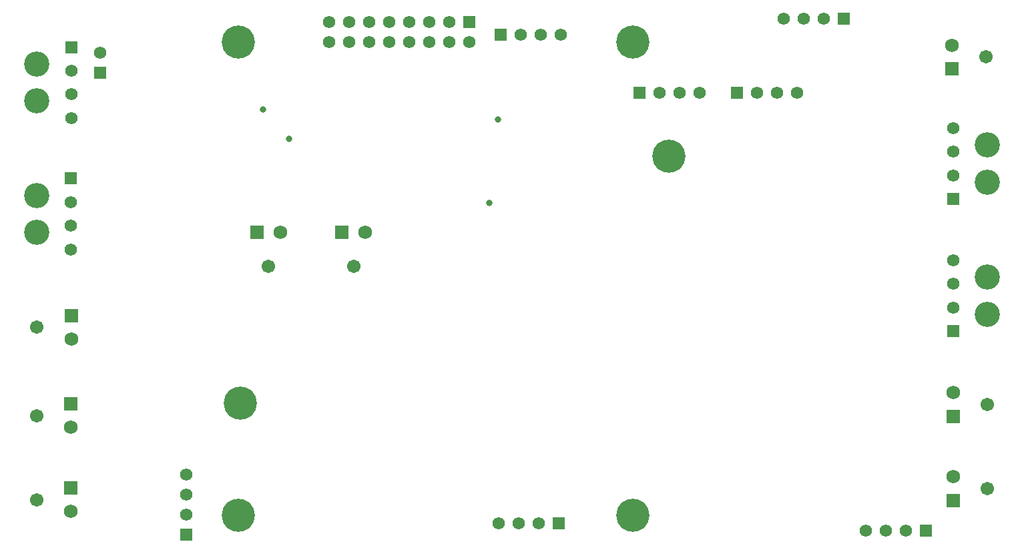
<source format=gts>
G04*
G04 #@! TF.GenerationSoftware,Altium Limited,Altium Designer,21.9.2 (33)*
G04*
G04 Layer_Color=8388736*
%FSLAX25Y25*%
%MOIN*%
G70*
G04*
G04 #@! TF.SameCoordinates,1158F630-F6B0-42DE-A473-F25834DE5FAC*
G04*
G04*
G04 #@! TF.FilePolarity,Negative*
G04*
G01*
G75*
%ADD12C,0.06706*%
%ADD13C,0.06902*%
%ADD14R,0.06902X0.06902*%
%ADD15R,0.06194X0.06194*%
%ADD16C,0.06194*%
%ADD17C,0.12611*%
%ADD18R,0.06902X0.06902*%
%ADD19R,0.06194X0.06194*%
%ADD20C,0.16548*%
%ADD21C,0.03162*%
D12*
X498000Y75000D02*
D03*
Y33000D02*
D03*
X497500Y248500D02*
D03*
X181595Y143992D02*
D03*
X139094D02*
D03*
X23492Y27406D02*
D03*
Y69406D02*
D03*
X23500Y113500D02*
D03*
D13*
X480992Y80905D02*
D03*
Y38906D02*
D03*
X480492Y254405D02*
D03*
X187500Y161000D02*
D03*
X145000D02*
D03*
X40500Y21500D02*
D03*
Y63500D02*
D03*
X40508Y107595D02*
D03*
D14*
X480992Y69095D02*
D03*
Y27095D02*
D03*
X480492Y242595D02*
D03*
X40500Y33311D02*
D03*
Y75311D02*
D03*
X40508Y119405D02*
D03*
D15*
X480992Y111535D02*
D03*
Y177535D02*
D03*
X40500Y187811D02*
D03*
X40508Y253468D02*
D03*
X55000Y240500D02*
D03*
X98000Y10000D02*
D03*
D16*
X480992Y123346D02*
D03*
Y135158D02*
D03*
Y146968D02*
D03*
Y189347D02*
D03*
Y201157D02*
D03*
Y212968D02*
D03*
X40500Y176000D02*
D03*
Y164189D02*
D03*
Y152378D02*
D03*
X40508Y241657D02*
D03*
Y229847D02*
D03*
Y218035D02*
D03*
X229500Y266000D02*
D03*
X219500D02*
D03*
X209500D02*
D03*
X199500D02*
D03*
X189500D02*
D03*
X179500D02*
D03*
X169500D02*
D03*
Y256000D02*
D03*
X179500D02*
D03*
X189500D02*
D03*
X199500D02*
D03*
X209500D02*
D03*
X219500D02*
D03*
X229500D02*
D03*
X239500D02*
D03*
X55000Y250500D02*
D03*
X403000Y230500D02*
D03*
X393000D02*
D03*
X406500Y267500D02*
D03*
X396500D02*
D03*
X285000Y259500D02*
D03*
X275000D02*
D03*
X354500Y230500D02*
D03*
X344500D02*
D03*
X264000Y15500D02*
D03*
X254000D02*
D03*
X447500Y12000D02*
D03*
X437500D02*
D03*
X265000Y259500D02*
D03*
X334500Y230500D02*
D03*
X274000Y15500D02*
D03*
X457500Y12000D02*
D03*
X98000Y30000D02*
D03*
Y40000D02*
D03*
X416500Y267500D02*
D03*
X98000Y20000D02*
D03*
X383000Y230500D02*
D03*
D17*
X498000Y120000D02*
D03*
Y138504D02*
D03*
Y186000D02*
D03*
Y204504D02*
D03*
X23492Y179347D02*
D03*
Y160843D02*
D03*
X23500Y245004D02*
D03*
Y226500D02*
D03*
D18*
X175689Y161000D02*
D03*
X133189D02*
D03*
D19*
X239500Y266000D02*
D03*
X255000Y259500D02*
D03*
X324500Y230500D02*
D03*
X284000Y15500D02*
D03*
X467500Y12000D02*
D03*
X426500Y267500D02*
D03*
X373000Y230500D02*
D03*
D20*
X125000Y75500D02*
D03*
X339000Y199000D02*
D03*
X320925Y255815D02*
D03*
Y19594D02*
D03*
X124075D02*
D03*
Y255815D02*
D03*
D21*
X249500Y175500D02*
D03*
X253699Y217291D02*
D03*
X149500Y207500D02*
D03*
X136242Y222373D02*
D03*
M02*

</source>
